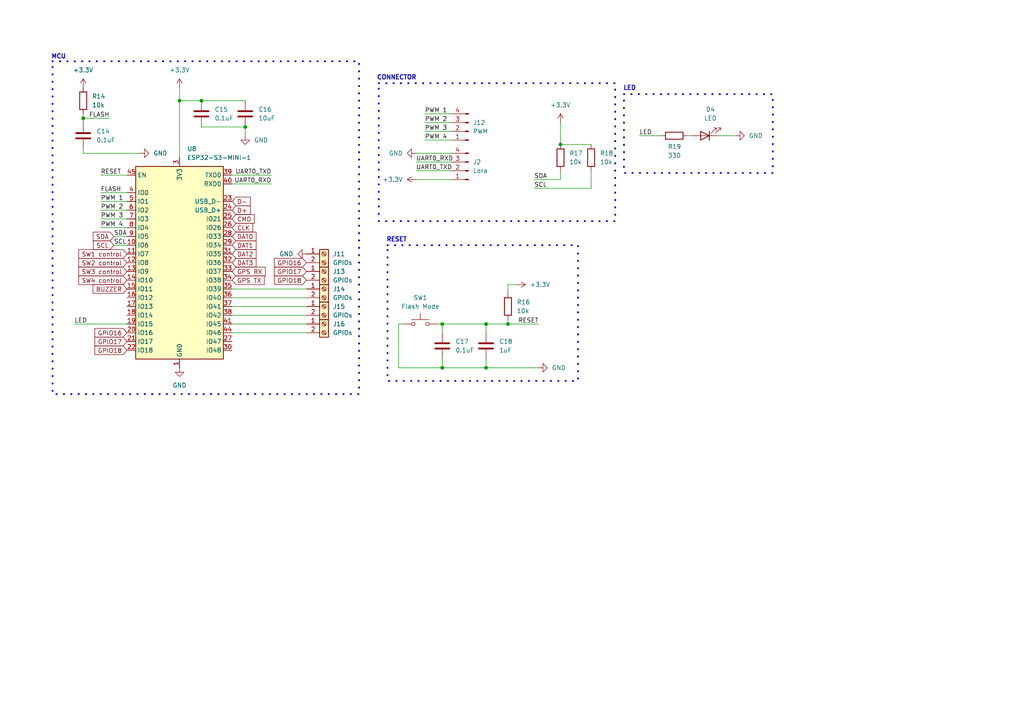
<source format=kicad_sch>
(kicad_sch (version 20250114) (generator "eeschema") (generator_version "9.0")
  (paper "A4")
  (lib_symbols
    (symbol "Connector:Conn_01x04_Pin" (pin_names (offset 1.016) (hide yes))
      (property "Reference" "J" (at 0 5.08 0))
      (property "Value" "Conn_01x04_Pin" (at 0 -7.62 0))
      (symbol "Conn_01x04_Pin_1_1"
        (rectangle (start 0.8636 2.667) (end 0 2.413) (stroke (width 0.1524)) (fill (type outline)))
        (rectangle (start 0.8636 0.127) (end 0 -0.127) (stroke (width 0.1524)) (fill (type outline)))
        (rectangle (start 0.8636 -2.413) (end 0 -2.667) (stroke (width 0.1524)) (fill (type outline)))
        (rectangle (start 0.8636 -4.953) (end 0 -5.207) (stroke (width 0.1524)) (fill (type outline)))
        (polyline (pts (xy 1.27 2.54) (xy 0.8636 2.54)) (stroke (width 0.1524)))
        (polyline (pts (xy 1.27 0) (xy 0.8636 0)) (stroke (width 0.1524)))
        (polyline (pts (xy 1.27 -2.54) (xy 0.8636 -2.54)) (stroke (width 0.1524)))
        (polyline (pts (xy 1.27 -5.08) (xy 0.8636 -5.08)) (stroke (width 0.1524)))
        (pin passive line (at 5.08 2.54 180) (length 3.81) (name "Pin_1") (number "1"))
        (pin passive line (at 5.08 0 180) (length 3.81) (name "Pin_2") (number "2"))
        (pin passive line (at 5.08 -2.54 180) (length 3.81) (name "Pin_3") (number "3"))
        (pin passive line (at 5.08 -5.08 180) (length 3.81) (name "Pin_4") (number "4"))
      )
    )
    (symbol "Connector:Screw_Terminal_01x02" (pin_names (offset 1.016) (hide yes))
      (property "Reference" "J" (at 0 2.54 0))
      (property "Value" "Screw_Terminal_01x02" (at 0 -5.08 0))
      (symbol "Screw_Terminal_01x02_1_1"
        (rectangle (start -1.27 1.27) (end 1.27 -3.81) (stroke (width 0.254)) (fill (type background)))
        (polyline (pts (xy -0.5334 0.3302) (xy 0.3302 -0.508)) (stroke (width 0.1524)))
        (polyline (pts (xy -0.5334 -2.2098) (xy 0.3302 -3.048)) (stroke (width 0.1524)))
        (polyline (pts (xy -0.3556 0.508) (xy 0.508 -0.3302)) (stroke (width 0.1524)))
        (polyline (pts (xy -0.3556 -2.032) (xy 0.508 -2.8702)) (stroke (width 0.1524)))
        (circle (center 0 0) (radius 0.635) (stroke (width 0.1524)))
        (circle (center 0 -2.54) (radius 0.635) (stroke (width 0.1524)))
        (pin passive line (at -5.08 0 0) (length 3.81) (name "Pin_1") (number "1"))
        (pin passive line (at -5.08 -2.54 0) (length 3.81) (name "Pin_2") (number "2"))
      )
    )
    (symbol "Device:C" (pin_numbers (hide yes)) (pin_names (offset 0.254))
      (property "Reference" "C" (at 0.635 2.54 0))
      (property "Value" "C" (at 0.635 -2.54 0))
      (symbol "C_0_1"
        (polyline (pts (xy -2.032 0.762) (xy 2.032 0.762)) (stroke (width 0.508)))
        (polyline (pts (xy -2.032 -0.762) (xy 2.032 -0.762)) (stroke (width 0.508)))
      )
      (symbol "C_1_1"
        (pin passive line (at 0 3.81 270) (length 2.794) (name "~") (number "1"))
        (pin passive line (at 0 -3.81 90) (length 2.794) (name "~") (number "2"))
      )
    )
    (symbol "Device:LED" (pin_numbers (hide yes)) (pin_names (offset 1.016) (hide yes))
      (property "Reference" "D" (at 0 2.54 0))
      (property "Value" "LED" (at 0 -2.54 0))
      (symbol "LED_0_1"
        (polyline (pts (xy -3.048 -0.762) (xy -4.572 -2.286) (xy -3.81 -2.286) (xy -4.572 -2.286) (xy -4.572 -1.524)))
        (polyline (pts (xy -1.778 -0.762) (xy -3.302 -2.286) (xy -2.54 -2.286) (xy -3.302 -2.286) (xy -3.302 -1.524)))
        (polyline (pts (xy -1.27 0) (xy 1.27 0)))
        (polyline (pts (xy -1.27 -1.27) (xy -1.27 1.27)) (stroke (width 0.254)))
        (polyline (pts (xy 1.27 -1.27) (xy 1.27 1.27) (xy -1.27 0) (xy 1.27 -1.27)) (stroke (width 0.254)))
      )
      (symbol "LED_1_1"
        (pin passive line (at -3.81 0 0) (length 2.54) (name "K") (number "1"))
        (pin passive line (at 3.81 0 180) (length 2.54) (name "A") (number "2"))
      )
    )
    (symbol "Device:R" (pin_numbers (hide yes)) (pin_names (offset 0))
      (property "Reference" "R" (at 2.032 0 90))
      (property "Value" "R" (at 0 0 90))
      (symbol "R_0_1"
        (rectangle (start -1.016 -2.54) (end 1.016 2.54) (stroke (width 0.254)))
      )
      (symbol "R_1_1"
        (pin passive line (at 0 3.81 270) (length 1.27) (name "~") (number "1"))
        (pin passive line (at 0 -3.81 90) (length 1.27) (name "~") (number "2"))
      )
    )
    (symbol "RF_Module:ESP32-S3-MINI-1"
      (property "Reference" "U" (at -11.43 29.21 0))
      (property "Value" "ESP32-S3-MINI-1" (at 12.7 29.21 0))
      (symbol "ESP32-S3-MINI-1_0_1"
        (rectangle (start -12.7 27.94) (end 12.7 -27.94) (stroke (width 0.254)) (fill (type background)))
      )
      (symbol "ESP32-S3-MINI-1_1_1"
        (pin input line (at -15.24 25.4 0) (length 2.54) (name "EN") (number "45"))
        (pin bidirectional line (at -15.24 20.32 0) (length 2.54) (name "IO0") (number "4"))
        (pin bidirectional line (at -15.24 17.78 0) (length 2.54) (name "IO1") (number "5"))
        (pin bidirectional line (at -15.24 15.24 0) (length 2.54) (name "IO2") (number "6"))
        (pin bidirectional line (at -15.24 12.7 0) (length 2.54) (name "IO3") (number "7"))
        (pin bidirectional line (at -15.24 10.16 0) (length 2.54) (name "IO4") (number "8"))
        (pin bidirectional line (at -15.24 7.62 0) (length 2.54) (name "IO5") (number "9"))
        (pin bidirectional line (at -15.24 5.08 0) (length 2.54) (name "IO6") (number "10"))
        (pin bidirectional line (at -15.24 2.54 0) (length 2.54) (name "IO7") (number "11"))
        (pin bidirectional line (at -15.24 0 0) (length 2.54) (name "IO8") (number "12"))
        (pin bidirectional line (at -15.24 -2.54 0) (length 2.54) (name "IO9") (number "13"))
        (pin bidirectional line (at -15.24 -5.08 0) (length 2.54) (name "IO10") (number "14"))
        (pin bidirectional line (at -15.24 -7.62 0) (length 2.54) (name "IO11") (number "15"))
        (pin bidirectional line (at -15.24 -10.16 0) (length 2.54) (name "IO12") (number "16"))
        (pin bidirectional line (at -15.24 -12.7 0) (length 2.54) (name "IO13") (number "17"))
        (pin bidirectional line (at -15.24 -15.24 0) (length 2.54) (name "IO14") (number "18"))
        (pin bidirectional line (at -15.24 -17.78 0) (length 2.54) (name "IO15") (number "19"))
        (pin bidirectional line (at -15.24 -20.32 0) (length 2.54) (name "IO16") (number "20"))
        (pin bidirectional line (at -15.24 -22.86 0) (length 2.54) (name "IO17") (number "21"))
        (pin bidirectional line (at -15.24 -25.4 0) (length 2.54) (name "IO18") (number "22"))
        (pin power_in line (at 0 30.48 270) (length 2.54) (name "3V3") (number "3"))
        (pin power_in line (at 0 -30.48 90) (length 2.54) (name "GND") (number "1"))
        (pin passive line (at 0 -30.48 90) (length 2.54) (hide yes) (name "GND") (number "2"))
        (pin passive line (at 0 -30.48 90) (length 2.54) (hide yes) (name "GND") (number "42"))
        (pin passive line (at 0 -30.48 90) (length 2.54) (hide yes) (name "GND") (number "43"))
        (pin passive line (at 0 -30.48 90) (length 2.54) (hide yes) (name "GND") (number "46"))
        (pin passive line (at 0 -30.48 90) (length 2.54) (hide yes) (name "GND") (number "47"))
        (pin passive line (at 0 -30.48 90) (length 2.54) (hide yes) (name "GND") (number "48"))
        (pin passive line (at 0 -30.48 90) (length 2.54) (hide yes) (name "GND") (number "49"))
        (pin passive line (at 0 -30.48 90) (length 2.54) (hide yes) (name "GND") (number "50"))
        (pin passive line (at 0 -30.48 90) (length 2.54) (hide yes) (name "GND") (number "51"))
        (pin passive line (at 0 -30.48 90) (length 2.54) (hide yes) (name "GND") (number "52"))
        (pin passive line (at 0 -30.48 90) (length 2.54) (hide yes) (name "GND") (number "53"))
        (pin passive line (at 0 -30.48 90) (length 2.54) (hide yes) (name "GND") (number "54"))
        (pin passive line (at 0 -30.48 90) (length 2.54) (hide yes) (name "GND") (number "55"))
        (pin passive line (at 0 -30.48 90) (length 2.54) (hide yes) (name "GND") (number "56"))
        (pin passive line (at 0 -30.48 90) (length 2.54) (hide yes) (name "GND") (number "57"))
        (pin passive line (at 0 -30.48 90) (length 2.54) (hide yes) (name "GND") (number "58"))
        (pin passive line (at 0 -30.48 90) (length 2.54) (hide yes) (name "GND") (number "59"))
        (pin passive line (at 0 -30.48 90) (length 2.54) (hide yes) (name "GND") (number "60"))
        (pin passive line (at 0 -30.48 90) (length 2.54) (hide yes) (name "GND") (number "61"))
        (pin passive line (at 0 -30.48 90) (length 2.54) (hide yes) (name "GND") (number "62"))
        (pin passive line (at 0 -30.48 90) (length 2.54) (hide yes) (name "GND") (number "63"))
        (pin passive line (at 0 -30.48 90) (length 2.54) (hide yes) (name "GND") (number "64"))
        (pin passive line (at 0 -30.48 90) (length 2.54) (hide yes) (name "GND") (number "65"))
        (pin bidirectional line (at 15.24 25.4 180) (length 2.54) (name "TXD0") (number "39"))
        (pin bidirectional line (at 15.24 22.86 180) (length 2.54) (name "RXD0") (number "40"))
        (pin bidirectional line (at 15.24 17.78 180) (length 2.54) (name "USB_D-") (number "23"))
        (pin bidirectional line (at 15.24 15.24 180) (length 2.54) (name "USB_D+") (number "24"))
        (pin bidirectional line (at 15.24 12.7 180) (length 2.54) (name "IO21") (number "25"))
        (pin bidirectional line (at 15.24 10.16 180) (length 2.54) (name "IO26") (number "26"))
        (pin bidirectional line (at 15.24 7.62 180) (length 2.54) (name "IO33") (number "28"))
        (pin bidirectional line (at 15.24 5.08 180) (length 2.54) (name "IO34") (number "29"))
        (pin bidirectional line (at 15.24 2.54 180) (length 2.54) (name "IO35") (number "31"))
        (pin bidirectional line (at 15.24 0 180) (length 2.54) (name "IO36") (number "32"))
        (pin bidirectional line (at 15.24 -2.54 180) (length 2.54) (name "IO37") (number "33"))
        (pin bidirectional line (at 15.24 -5.08 180) (length 2.54) (name "IO38") (number "34"))
        (pin bidirectional line (at 15.24 -7.62 180) (length 2.54) (name "IO39") (number "35"))
        (pin bidirectional line (at 15.24 -10.16 180) (length 2.54) (name "IO40") (number "36"))
        (pin bidirectional line (at 15.24 -12.7 180) (length 2.54) (name "IO41") (number "37"))
        (pin bidirectional line (at 15.24 -15.24 180) (length 2.54) (name "IO42") (number "38"))
        (pin bidirectional line (at 15.24 -17.78 180) (length 2.54) (name "IO45") (number "41"))
        (pin bidirectional line (at 15.24 -20.32 180) (length 2.54) (name "IO46") (number "44"))
        (pin bidirectional line (at 15.24 -22.86 180) (length 2.54) (name "IO47") (number "27"))
        (pin bidirectional line (at 15.24 -25.4 180) (length 2.54) (name "IO48") (number "30"))
      )
    )
    (symbol "Switch:SW_Push" (pin_numbers (hide yes)) (pin_names (offset 1.016) (hide yes))
      (property "Reference" "SW" (at 1.27 2.54 0))
      (property "Value" "SW_Push" (at 0 -1.524 0))
      (symbol "SW_Push_0_1"
        (circle (center -2.032 0) (radius 0.508))
        (polyline (pts (xy 0 1.27) (xy 0 3.048)))
        (circle (center 2.032 0) (radius 0.508))
        (polyline (pts (xy 2.54 1.27) (xy -2.54 1.27)))
        (pin passive line (at -5.08 0 0) (length 2.54) (name "1") (number "1"))
        (pin passive line (at 5.08 0 180) (length 2.54) (name "2") (number "2"))
      )
    )
    (symbol "power:+3.3V" (power) (pin_numbers (hide yes)) (pin_names (offset 0) (hide yes))
      (property "Value" "+3.3V" (at 0 3.556 0))
      (symbol "+3.3V_0_1"
        (polyline (pts (xy -0.762 1.27) (xy 0 2.54)))
        (polyline (pts (xy 0 2.54) (xy 0.762 1.27)))
        (polyline (pts (xy 0 0) (xy 0 2.54)))
      )
      (symbol "+3.3V_1_1"
        (pin power_in line (at 0 0 90) (length 0) (name "~") (number "1"))
      )
    )
    (symbol "power:GND" (power) (pin_numbers (hide yes)) (pin_names (offset 0) (hide yes))
      (property "Value" "GND" (at 0 -3.81 0))
      (symbol "GND_0_1"
        (polyline (pts (xy 0 0) (xy 0 -1.27) (xy 1.27 -1.27) (xy 0 -2.54) (xy -1.27 -1.27) (xy 0 -1.27)))
      )
      (symbol "GND_1_1"
        (pin power_in line (at 0 0 270) (length 0) (name "~") (number "1"))
      )
    )
  )
  (rectangle (start 15.24 17.78) (end 104.14 114.3) (stroke (width 0.508) (type dot)))
  (rectangle (start 112.395 71.12) (end 167.64 110.49) (stroke (width 0.508) (type dot)))
  (rectangle (start 180.975 27.305) (end 224.155 50.165) (stroke (width 0.508) (type dot)))
  (rectangle (start 109.855 24.13) (end 178.435 64.135) (stroke (width 0.508) (type dot)))
  (text "MCU" (at 17.018 16.51 0) (effects (font (size 1.27 1.27) (thickness 0.254) (bold yes))))
  (text "LED" (at 182.626 25.654 0) (effects (font (size 1.27 1.27) (thickness 0.254) (bold yes))))
  (text "RESET" (at 115.062 69.596 0) (effects (font (size 1.27 1.27) (thickness 0.254) (bold yes))))
  (text "CONNECTOR" (at 115.062 22.606 0) (effects (font (size 1.27 1.27) (thickness 0.254) (bold yes))))
  (junction (at 140.97 93.98))
  (junction (at 140.97 106.68))
  (junction (at 128.27 106.68))
  (junction (at 147.32 93.98))
  (junction (at 52.07 29.21))
  (junction (at 24.13 34.29))
  (junction (at 162.56 41.91))
  (junction (at 71.12 36.83))
  (junction (at 58.42 29.21))
  (junction (at 128.27 93.98))
  (wire (pts (xy 115.57 106.68) (xy 128.27 106.68)))
  (wire (pts (xy 199.39 39.37) (xy 200.66 39.37)))
  (wire (pts (xy 88.9 93.98) (xy 67.31 93.98)))
  (wire (pts (xy 58.42 36.83) (xy 71.12 36.83)))
  (wire (pts (xy 162.56 49.53) (xy 162.56 52.07)))
  (wire (pts (xy 52.07 29.21) (xy 58.42 29.21)))
  (wire (pts (xy 128.27 106.68) (xy 128.27 104.14)))
  (wire (pts (xy 33.02 71.12) (xy 36.83 71.12)))
  (wire (pts (xy 147.32 82.55) (xy 149.86 82.55)))
  (wire (pts (xy 36.83 93.98) (xy 21.59 93.98)))
  (wire (pts (xy 120.65 49.53) (xy 130.81 49.53)))
  (wire (pts (xy 52.07 29.21) (xy 52.07 45.72)))
  (wire (pts (xy 147.32 85.09) (xy 147.32 82.55)))
  (wire (pts (xy 115.57 93.98) (xy 115.57 106.68)))
  (wire (pts (xy 78.74 53.34) (xy 67.31 53.34)))
  (wire (pts (xy 24.13 33.02) (xy 24.13 34.29)))
  (wire (pts (xy 29.21 55.88) (xy 36.83 55.88)))
  (wire (pts (xy 116.84 93.98) (xy 115.57 93.98)))
  (wire (pts (xy 52.07 25.4) (xy 52.07 29.21)))
  (wire (pts (xy 208.28 39.37) (xy 213.36 39.37)))
  (wire (pts (xy 154.94 52.07) (xy 162.56 52.07)))
  (wire (pts (xy 36.83 58.42) (xy 29.21 58.42)))
  (wire (pts (xy 140.97 93.98) (xy 140.97 96.52)))
  (wire (pts (xy 78.74 50.8) (xy 67.31 50.8)))
  (wire (pts (xy 154.94 54.61) (xy 171.45 54.61)))
  (wire (pts (xy 71.12 36.83) (xy 71.12 39.37)))
  (wire (pts (xy 123.19 40.64) (xy 130.81 40.64)))
  (wire (pts (xy 147.32 93.98) (xy 156.21 93.98)))
  (wire (pts (xy 120.65 52.07) (xy 130.81 52.07)))
  (wire (pts (xy 120.65 44.45) (xy 130.81 44.45)))
  (wire (pts (xy 128.27 93.98) (xy 140.97 93.98)))
  (wire (pts (xy 33.02 68.58) (xy 36.83 68.58)))
  (wire (pts (xy 171.45 54.61) (xy 171.45 49.53)))
  (wire (pts (xy 127 93.98) (xy 128.27 93.98)))
  (wire (pts (xy 123.19 33.02) (xy 130.81 33.02)))
  (wire (pts (xy 29.21 50.8) (xy 36.83 50.8)))
  (wire (pts (xy 162.56 41.91) (xy 171.45 41.91)))
  (wire (pts (xy 123.19 38.1) (xy 130.81 38.1)))
  (wire (pts (xy 88.9 88.9) (xy 67.31 88.9)))
  (wire (pts (xy 24.13 44.45) (xy 24.13 43.18)))
  (wire (pts (xy 58.42 29.21) (xy 71.12 29.21)))
  (wire (pts (xy 36.83 60.96) (xy 29.21 60.96)))
  (wire (pts (xy 88.9 83.82) (xy 67.31 83.82)))
  (wire (pts (xy 156.21 106.68) (xy 140.97 106.68)))
  (wire (pts (xy 24.13 35.56) (xy 24.13 34.29)))
  (wire (pts (xy 88.9 86.36) (xy 67.31 86.36)))
  (wire (pts (xy 162.56 35.56) (xy 162.56 41.91)))
  (wire (pts (xy 88.9 96.52) (xy 67.31 96.52)))
  (wire (pts (xy 128.27 106.68) (xy 140.97 106.68)))
  (wire (pts (xy 140.97 93.98) (xy 147.32 93.98)))
  (wire (pts (xy 120.65 46.99) (xy 130.81 46.99)))
  (wire (pts (xy 88.9 91.44) (xy 67.31 91.44)))
  (wire (pts (xy 36.83 66.04) (xy 29.21 66.04)))
  (wire (pts (xy 24.13 34.29) (xy 31.75 34.29)))
  (wire (pts (xy 147.32 92.71) (xy 147.32 93.98)))
  (wire (pts (xy 128.27 96.52) (xy 128.27 93.98)))
  (wire (pts (xy 36.83 63.5) (xy 29.21 63.5)))
  (wire (pts (xy 40.64 44.45) (xy 24.13 44.45)))
  (wire (pts (xy 123.19 35.56) (xy 130.81 35.56)))
  (wire (pts (xy 185.42 39.37) (xy 191.77 39.37)))
  (wire (pts (xy 140.97 104.14) (xy 140.97 106.68)))
  (label "LED" (at 21.59 93.98 0))
  (label "PWM 1" (at 123.19 33.02 0))
  (label "PWM 3" (at 29.21 63.5 0))
  (label "UART0_RXD" (at 120.65 46.99 0))
  (label "PWM 2" (at 29.21 60.96 0))
  (label "PWM 4" (at 29.21 66.04 0))
  (label "RESET" (at 29.21 50.8 0))
  (label "PWM 4" (at 123.19 40.64 0))
  (label "FLASH" (at 31.75 34.29 180))
  (label "PWM 1" (at 29.21 58.42 0))
  (label "FLASH" (at 29.21 55.88 0))
  (label "UART0_TXD" (at 78.74 50.8 180))
  (label "PWM 2" (at 123.19 35.56 0))
  (label "LED" (at 185.42 39.37 0))
  (label "SDA" (at 33.02 68.58 0))
  (label "UART0_TXD" (at 120.65 49.53 0))
  (label "SCL" (at 33.02 71.12 0))
  (label "RESET" (at 156.21 93.98 180))
  (label "PWM 3" (at 123.19 38.1 0))
  (label "SCL" (at 154.94 54.61 0))
  (label "SDA" (at 154.94 52.07 0))
  (label "UART0_RXD" (at 78.74 53.34 180))
  (global_label "BUZZER" (shape input) (at 36.83 83.82 180) (property "Intersheetrefs" "${INTERSHEET_REFS}" (effects (hide yes))))
  (global_label "SW4 control" (shape input) (at 36.83 81.28 180) (property "Intersheetrefs" "${INTERSHEET_REFS}" (effects (hide yes))))
  (global_label "CMD" (shape input) (at 67.31 63.5 0) (property "Intersheetrefs" "${INTERSHEET_REFS}" (effects (hide yes))))
  (global_label "GPIO16" (shape input) (at 36.83 96.52 180) (property "Intersheetrefs" "${INTERSHEET_REFS}" (effects (hide yes))))
  (global_label "D+" (shape input) (at 67.31 60.96 0) (property "Intersheetrefs" "${INTERSHEET_REFS}" (effects (hide yes))))
  (global_label "GPIO18" (shape input) (at 88.9 81.28 180) (property "Intersheetrefs" "${INTERSHEET_REFS}" (effects (hide yes))))
  (global_label "DAT2" (shape input) (at 67.31 73.66 0) (property "Intersheetrefs" "${INTERSHEET_REFS}" (effects (hide yes))))
  (global_label "DAT3" (shape input) (at 67.31 76.2 0) (property "Intersheetrefs" "${INTERSHEET_REFS}" (effects (hide yes))))
  (global_label "GPIO17" (shape input) (at 36.83 99.06 180) (property "Intersheetrefs" "${INTERSHEET_REFS}" (effects (hide yes))))
  (global_label "GPS TX" (shape input) (at 67.31 81.28 0) (property "Intersheetrefs" "${INTERSHEET_REFS}" (effects (hide yes))))
  (global_label "GPIO18" (shape input) (at 36.83 101.6 180) (property "Intersheetrefs" "${INTERSHEET_REFS}" (effects (hide yes))))
  (global_label "DAT1" (shape input) (at 67.31 71.12 0) (property "Intersheetrefs" "${INTERSHEET_REFS}" (effects (hide yes))))
  (global_label "CLK" (shape input) (at 67.31 66.04 0) (property "Intersheetrefs" "${INTERSHEET_REFS}" (effects (hide yes))))
  (global_label "SW1 control" (shape input) (at 36.83 73.66 180) (property "Intersheetrefs" "${INTERSHEET_REFS}" (effects (hide yes))))
  (global_label "D-" (shape input) (at 67.31 58.42 0) (property "Intersheetrefs" "${INTERSHEET_REFS}" (effects (hide yes))))
  (global_label "DAT0" (shape input) (at 67.31 68.58 0) (property "Intersheetrefs" "${INTERSHEET_REFS}" (effects (hide yes))))
  (global_label "SW2 control" (shape input) (at 36.83 76.2 180) (property "Intersheetrefs" "${INTERSHEET_REFS}" (effects (hide yes))))
  (global_label "GPS RX" (shape input) (at 67.31 78.74 0) (property "Intersheetrefs" "${INTERSHEET_REFS}" (effects (hide yes))))
  (global_label "SDA" (shape input) (at 33.02 68.58 180) (property "Intersheetrefs" "${INTERSHEET_REFS}" (effects (hide yes))))
  (global_label "SCL" (shape input) (at 33.02 71.12 180) (property "Intersheetrefs" "${INTERSHEET_REFS}" (effects (hide yes))))
  (global_label "SW3 control" (shape input) (at 36.83 78.74 180) (property "Intersheetrefs" "${INTERSHEET_REFS}" (effects (hide yes))))
  (global_label "GPIO17" (shape input) (at 88.9 78.74 180) (property "Intersheetrefs" "${INTERSHEET_REFS}" (effects (hide yes))))
  (global_label "GPIO16" (shape input) (at 88.9 76.2 180) (property "Intersheetrefs" "${INTERSHEET_REFS}" (effects (hide yes))))
  (symbol (lib_id "Device:R") (at 162.56 45.72 0) (unit 1)
    (property "Reference" "R17" (at 165.1 44.4499 0) (effects (justify left)))
    (property "Value" "10k" (at 165.1 46.9899 0) (effects (justify left)))
    (property "Footprint" "Resistor_SMD:R_0603_1608Metric" (effects (hide yes)))
    (property "Description" "Resistor" (effects (hide yes)))
  )
  (symbol (lib_id "power:GND") (at 120.65 44.45 270) (unit 1)
    (property "Reference" "#PWR056" (effects (hide yes)))
    (property "Value" "GND" (at 116.84 44.4499 90) (effects (justify right)))
    (property "Description" "Power symbol creates a global label with name \"GND\" , ground" (effects (hide yes)))
  )
  (symbol (lib_id "RF_Module:ESP32-S3-MINI-1") (at 52.07 76.2 0) (unit 1)
    (property "Reference" "U8" (at 54.2641 43.18 0) (effects (justify left)))
    (property "Value" "ESP32-S3-MINI-1" (at 54.2641 45.72 0) (effects (justify left)))
    (property "Footprint" "RF_Module:ESP32-S2-MINI-1" (effects (hide yes)))
    (property "Datasheet" "https://www.espressif.com/sites/default/files/documentation/esp32-s3-mini-1_mini-1u_datasheet_en.pdf" (effects (hide yes)))
    (property "Description" "RF Module, ESP32-S3 SoC, Wi-Fi 802.11b/g/n, Bluetooth, BLE, 32-bit, 3.3V, SMD, onboard antenna" (effects (hide yes)))
  )
  (symbol (lib_id "power:+3.3V") (at 149.86 82.55 270) (unit 1)
    (property "Reference" "#PWR058" (effects (hide yes)))
    (property "Value" "+3.3V" (at 153.67 82.5499 90) (effects (justify left)))
    (property "Description" "Power symbol creates a global label with name \"+3.3V\"" (effects (hide yes)))
  )
  (symbol (lib_id "Device:C") (at 128.27 100.33 0) (unit 1)
    (property "Reference" "C17" (at 132.08 99.0599 0) (effects (justify left)))
    (property "Value" "0.1uF" (at 132.08 101.5999 0) (effects (justify left)))
    (property "Footprint" "Capacitor_SMD:C_0603_1608Metric" (effects (hide yes)))
    (property "Description" "Unpolarized capacitor" (effects (hide yes)))
  )
  (symbol (lib_id "Device:R") (at 147.32 88.9 0) (unit 1)
    (property "Reference" "R16" (at 149.86 87.6299 0) (effects (justify left)))
    (property "Value" "10k" (at 149.86 90.1699 0) (effects (justify left)))
    (property "Footprint" "Resistor_SMD:R_0603_1608Metric" (effects (hide yes)))
    (property "Description" "Resistor" (effects (hide yes)))
  )
  (symbol (lib_id "power:GND") (at 88.9 73.66 270) (unit 1)
    (property "Reference" "#PWR028" (effects (hide yes)))
    (property "Value" "GND" (at 85.09 73.6599 90) (effects (justify right)))
    (property "Description" "Power symbol creates a global label with name \"GND\" , ground" (effects (hide yes)))
  )
  (symbol (lib_id "Device:R") (at 195.58 39.37 270) (unit 1)
    (property "Reference" "R19" (at 193.675 42.5449 90) (effects (justify left)))
    (property "Value" "330" (at 193.675 45.0849 90) (effects (justify left)))
    (property "Footprint" "Resistor_SMD:R_0603_1608Metric" (effects (hide yes)))
    (property "Description" "Resistor" (effects (hide yes)))
  )
  (symbol (lib_id "power:+3.3V") (at 162.56 35.56 0) (unit 1)
    (property "Reference" "#PWR061" (effects (hide yes)))
    (property "Value" "+3.3V" (at 162.56 30.48 0))
    (property "Description" "Power symbol creates a global label with name \"+3.3V\"" (effects (hide yes)))
  )
  (symbol (lib_id "Device:C") (at 71.12 33.02 0) (unit 1)
    (property "Reference" "C16" (at 74.93 31.7499 0) (effects (justify left)))
    (property "Value" "10uF" (at 74.93 34.2899 0) (effects (justify left)))
    (property "Footprint" "Capacitor_SMD:C_0603_1608Metric" (effects (hide yes)))
    (property "Description" "Unpolarized capacitor" (effects (hide yes)))
  )
  (symbol (lib_id "Device:LED") (at 204.47 39.37 180) (unit 1)
    (property "Reference" "D4" (at 206.0575 31.75 0))
    (property "Value" "LED" (at 206.0575 34.29 0))
    (property "Footprint" "LED_SMD:LED_0603_1608Metric_Pad1.05x0.95mm_HandSolder" (effects (hide yes)))
    (property "Description" "Light emitting diode" (effects (hide yes)))
  )
  (symbol (lib_id "power:GND") (at 213.36 39.37 90) (unit 1)
    (property "Reference" "#PWR062" (effects (hide yes)))
    (property "Value" "GND" (at 217.17 39.3699 90) (effects (justify right)))
    (property "Description" "Power symbol creates a global label with name \"GND\" , ground" (effects (hide yes)))
  )
  (symbol (lib_id "Connector:Screw_Terminal_01x02") (at 93.98 83.82 0) (unit 1)
    (property "Reference" "J14" (at 96.52 83.8199 0) (effects (justify left)))
    (property "Value" "GPIOs" (at 96.52 86.3599 0) (effects (justify left)))
    (property "Footprint" "TerminalBlock:TerminalBlock_MaiXu_MX126-5.0-02P_1x02_P5.00mm" (effects (hide yes)))
    (property "Description" "Generic screw terminal, single row, 01x02, script generated (kicad-library-utils/schlib/autogen/connector/)" (effects (hide yes)))
  )
  (symbol (lib_id "Connector:Screw_Terminal_01x02") (at 93.98 88.9 0) (unit 1)
    (property "Reference" "J15" (at 96.52 88.8999 0) (effects (justify left)))
    (property "Value" "GPIOs" (at 96.52 91.4399 0) (effects (justify left)))
    (property "Footprint" "TerminalBlock:TerminalBlock_MaiXu_MX126-5.0-02P_1x02_P5.00mm" (effects (hide yes)))
    (property "Description" "Generic screw terminal, single row, 01x02, script generated (kicad-library-utils/schlib/autogen/connector/)" (effects (hide yes)))
  )
  (symbol (lib_id "Device:C") (at 24.13 39.37 0) (unit 1)
    (property "Reference" "C14" (at 27.94 38.0999 0) (effects (justify left)))
    (property "Value" "0.1uF" (at 27.94 40.6399 0) (effects (justify left)))
    (property "Footprint" "Capacitor_SMD:C_0603_1608Metric" (effects (hide yes)))
    (property "Description" "Unpolarized capacitor" (effects (hide yes)))
  )
  (symbol (lib_id "power:GND") (at 156.21 106.68 90) (unit 1)
    (property "Reference" "#PWR060" (effects (hide yes)))
    (property "Value" "GND" (at 160.02 106.6799 90) (effects (justify right)))
    (property "Description" "Power symbol creates a global label with name \"GND\" , ground" (effects (hide yes)))
  )
  (symbol (lib_id "Connector:Screw_Terminal_01x02") (at 93.98 93.98 0) (unit 1)
    (property "Reference" "J16" (at 96.52 93.9799 0) (effects (justify left)))
    (property "Value" "GPIOs" (at 96.52 96.5199 0) (effects (justify left)))
    (property "Footprint" "TerminalBlock:TerminalBlock_MaiXu_MX126-5.0-02P_1x02_P5.00mm" (effects (hide yes)))
    (property "Description" "Generic screw terminal, single row, 01x02, script generated (kicad-library-utils/schlib/autogen/connector/)" (effects (hide yes)))
  )
  (symbol (lib_id "Connector:Screw_Terminal_01x02") (at 93.98 78.74 0) (unit 1)
    (property "Reference" "J13" (at 96.52 78.7399 0) (effects (justify left)))
    (property "Value" "GPIOs" (at 96.52 81.2799 0) (effects (justify left)))
    (property "Footprint" "TerminalBlock:TerminalBlock_MaiXu_MX126-5.0-02P_1x02_P5.00mm" (effects (hide yes)))
    (property "Description" "Generic screw terminal, single row, 01x02, script generated (kicad-library-utils/schlib/autogen/connector/)" (effects (hide yes)))
  )
  (symbol (lib_id "power:+3.3V") (at 120.65 52.07 90) (unit 1)
    (property "Reference" "#PWR057" (effects (hide yes)))
    (property "Value" "+3.3V" (at 116.84 52.0699 90) (effects (justify left)))
    (property "Description" "Power symbol creates a global label with name \"+3.3V\"" (effects (hide yes)))
  )
  (symbol (lib_id "Device:C") (at 58.42 33.02 0) (unit 1)
    (property "Reference" "C15" (at 62.23 31.7499 0) (effects (justify left)))
    (property "Value" "0.1uF" (at 62.23 34.2899 0) (effects (justify left)))
    (property "Footprint" "Capacitor_SMD:C_0603_1608Metric" (effects (hide yes)))
    (property "Description" "Unpolarized capacitor" (effects (hide yes)))
  )
  (symbol (lib_id "power:+3.3V") (at 24.13 25.4 0) (unit 1)
    (property "Reference" "#PWR051" (effects (hide yes)))
    (property "Value" "+3.3V" (at 24.13 20.32 0))
    (property "Description" "Power symbol creates a global label with name \"+3.3V\"" (effects (hide yes)))
  )
  (symbol (lib_id "power:+3.3V") (at 52.07 25.4 0) (unit 1)
    (property "Reference" "#PWR053" (effects (hide yes)))
    (property "Value" "+3.3V" (at 52.07 20.32 0))
    (property "Description" "Power symbol creates a global label with name \"+3.3V\"" (effects (hide yes)))
  )
  (symbol (lib_id "Connector:Screw_Terminal_01x02") (at 93.98 73.66 0) (unit 1)
    (property "Reference" "J11" (at 96.52 73.6599 0) (effects (justify left)))
    (property "Value" "GPIOs" (at 96.52 76.1999 0) (effects (justify left)))
    (property "Footprint" "TerminalBlock:TerminalBlock_MaiXu_MX126-5.0-02P_1x02_P5.00mm" (effects (hide yes)))
    (property "Description" "Generic screw terminal, single row, 01x02, script generated (kicad-library-utils/schlib/autogen/connector/)" (effects (hide yes)))
  )
  (symbol (lib_id "Device:C") (at 140.97 100.33 0) (unit 1)
    (property "Reference" "C18" (at 144.78 99.0599 0) (effects (justify left)))
    (property "Value" "1uF" (at 144.78 101.5999 0) (effects (justify left)))
    (property "Footprint" "Capacitor_SMD:C_0603_1608Metric" (effects (hide yes)))
    (property "Description" "Unpolarized capacitor" (effects (hide yes)))
  )
  (symbol (lib_id "Connector:Conn_01x04_Pin") (at 135.89 49.53 180) (unit 1)
    (property "Reference" "J2" (at 137.16 46.9899 0) (effects (justify right)))
    (property "Value" "Lora" (at 137.16 49.5299 0) (effects (justify right)))
    (property "Footprint" "Connector_PinHeader_2.54mm:PinHeader_1x04_P2.54mm_Vertical" (effects (hide yes)))
    (property "Description" "Generic connector, single row, 01x04, script generated" (effects (hide yes)))
  )
  (symbol (lib_id "Connector:Conn_01x04_Pin") (at 135.89 38.1 180) (unit 1)
    (property "Reference" "J12" (at 137.16 35.5599 0) (effects (justify right)))
    (property "Value" "PWM" (at 137.16 38.0999 0) (effects (justify right)))
    (property "Footprint" "Connector_PinHeader_2.54mm:PinHeader_1x04_P2.54mm_Vertical" (effects (hide yes)))
    (property "Description" "Generic connector, single row, 01x04, script generated" (effects (hide yes)))
  )
  (symbol (lib_id "power:GND") (at 71.12 39.37 0) (unit 1)
    (property "Reference" "#PWR055" (effects (hide yes)))
    (property "Value" "GND" (at 73.66 40.6399 0) (effects (justify left)))
    (property "Description" "Power symbol creates a global label with name \"GND\" , ground" (effects (hide yes)))
  )
  (symbol (lib_id "Switch:SW_Push") (at 121.92 93.98 0) (unit 1)
    (property "Reference" "SW1" (at 121.92 86.36 0))
    (property "Value" "Flash Mode" (at 121.92 88.9 0))
    (property "Footprint" "Button_Switch_SMD:SW_SPST_PTS645" (effects (hide yes)))
    (property "Description" "Push button switch, generic, two pins" (effects (hide yes)))
  )
  (symbol (lib_id "Device:R") (at 24.13 29.21 0) (unit 1)
    (property "Reference" "R14" (at 26.67 27.9399 0) (effects (justify left)))
    (property "Value" "10k" (at 26.67 30.4799 0) (effects (justify left)))
    (property "Footprint" "Resistor_SMD:R_0603_1608Metric" (effects (hide yes)))
    (property "Description" "Resistor" (effects (hide yes)))
  )
  (symbol (lib_id "power:GND") (at 40.64 44.45 90) (unit 1)
    (property "Reference" "#PWR052" (effects (hide yes)))
    (property "Value" "GND" (at 44.45 44.4499 90) (effects (justify right)))
    (property "Description" "Power symbol creates a global label with name \"GND\" , ground" (effects (hide yes)))
  )
  (symbol (lib_id "Device:R") (at 171.45 45.72 0) (unit 1)
    (property "Reference" "R18" (at 173.99 44.4499 0) (effects (justify left)))
    (property "Value" "10k" (at 173.99 46.9899 0) (effects (justify left)))
    (property "Footprint" "Resistor_SMD:R_0603_1608Metric" (effects (hide yes)))
    (property "Description" "Resistor" (effects (hide yes)))
  )
  (symbol (lib_id "power:GND") (at 52.07 106.68 0) (unit 1)
    (property "Reference" "#PWR054" (effects (hide yes)))
    (property "Value" "GND" (at 52.07 111.76 0))
    (property "Description" "Power symbol creates a global label with name \"GND\" , ground" (effects (hide yes)))
  )
)
</source>
